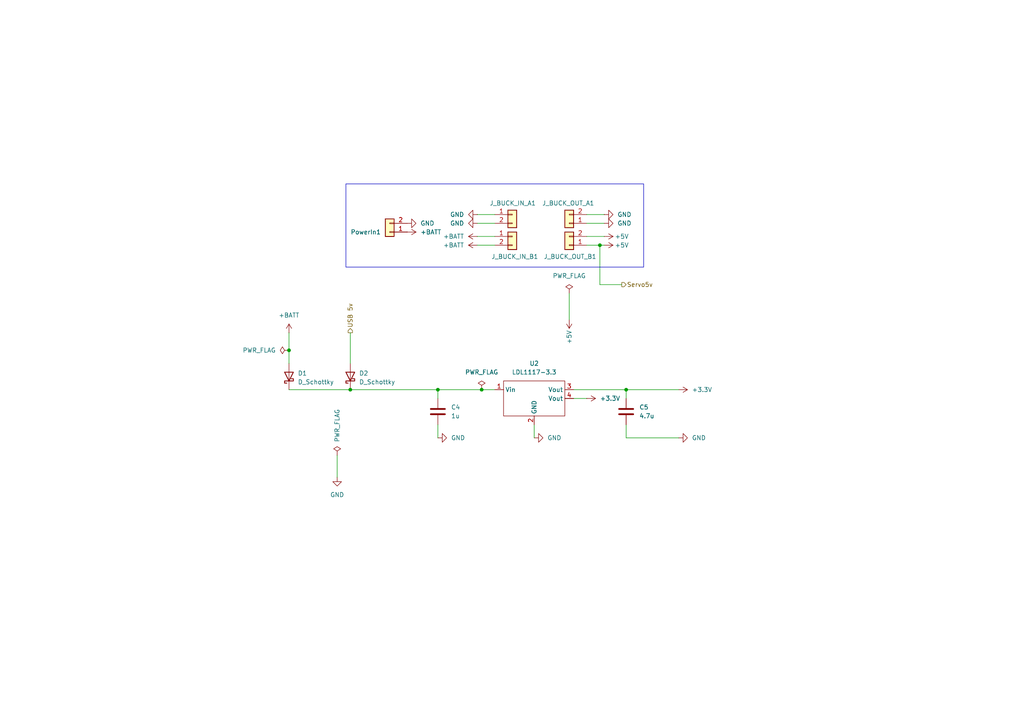
<source format=kicad_sch>
(kicad_sch (version 20250114) (generator "eeschema") (generator_version "9.0")
  (paper "A4")
  (lib_symbols
    (symbol "Connector_Generic:Conn_01x02" (pin_names (offset 1.016) (hide yes))
      (property "Reference" "J" (at 0 2.54 0))
      (property "Value" "Conn_01x02" (at 0 -5.08 0))
      (symbol "Conn_01x02_1_1"
        (rectangle (start -1.27 1.27) (end 1.27 -3.81) (stroke (width 0.254)) (fill (type background)))
        (rectangle (start -1.27 0.127) (end 0 -0.127) (stroke (width 0.1524)))
        (rectangle (start -1.27 -2.413) (end 0 -2.667) (stroke (width 0.1524)))
        (pin passive line (at -5.08 0 0) (length 3.81) (name "Pin_1") (number "1"))
        (pin passive line (at -5.08 -2.54 0) (length 3.81) (name "Pin_2") (number "2"))
      )
    )
    (symbol "Device:C" (pin_numbers (hide yes)) (pin_names (offset 0.254))
      (property "Reference" "C" (at 0.635 2.54 0))
      (property "Value" "C" (at 0.635 -2.54 0))
      (symbol "C_0_1"
        (polyline (pts (xy -2.032 0.762) (xy 2.032 0.762)) (stroke (width 0.508)))
        (polyline (pts (xy -2.032 -0.762) (xy 2.032 -0.762)) (stroke (width 0.508)))
      )
      (symbol "C_1_1"
        (pin passive line (at 0 3.81 270) (length 2.794) (name "~") (number "1"))
        (pin passive line (at 0 -3.81 90) (length 2.794) (name "~") (number "2"))
      )
    )
    (symbol "Device:D_Schottky" (pin_numbers (hide yes)) (pin_names (offset 1.016) (hide yes))
      (property "Reference" "D" (at 0 2.54 0))
      (property "Value" "D_Schottky" (at 0 -2.54 0))
      (symbol "D_Schottky_0_1"
        (polyline (pts (xy -1.905 0.635) (xy -1.905 1.27) (xy -1.27 1.27) (xy -1.27 -1.27) (xy -0.635 -1.27) (xy -0.635 -0.635)) (stroke (width 0.254)))
        (polyline (pts (xy 1.27 1.27) (xy 1.27 -1.27) (xy -1.27 0) (xy 1.27 1.27)) (stroke (width 0.254)))
        (polyline (pts (xy 1.27 0) (xy -1.27 0)))
      )
      (symbol "D_Schottky_1_1"
        (pin passive line (at -3.81 0 0) (length 2.54) (name "K") (number "1"))
        (pin passive line (at 3.81 0 180) (length 2.54) (name "A") (number "2"))
      )
    )
    (symbol "Footprints:LDL1117-3.3"
      (property "Reference" "U3" (at -1.27 27.94 0))
      (property "Value" "LDL1117-3.3" (at -1.27 25.4 0))
      (symbol "LDL1117-3.3_0_1"
        (rectangle (start -10.16 22.86) (end 7.62 12.7))
      )
      (symbol "LDL1117-3.3_1_1"
        (pin power_in line (at -12.7 20.32 0) (length 2.54) (name "Vin") (number "1"))
        (pin power_in line (at -1.27 10.16 90) (length 2.54) (name "GND") (number "2"))
        (pin power_out line (at 10.16 20.32 180) (length 2.54) (name "Vout") (number "3"))
        (pin passive line (at 10.16 17.78 180) (length 2.54) (name "Vout") (number "4"))
      )
    )
    (symbol "power:+3.3V" (power) (pin_numbers (hide yes)) (pin_names (offset 0) (hide yes))
      (property "Value" "+3.3V" (at 0 3.556 0))
      (symbol "+3.3V_0_1"
        (polyline (pts (xy -0.762 1.27) (xy 0 2.54)))
        (polyline (pts (xy 0 2.54) (xy 0.762 1.27)))
        (polyline (pts (xy 0 0) (xy 0 2.54)))
      )
      (symbol "+3.3V_1_1"
        (pin power_in line (at 0 0 90) (length 0) (name "~") (number "1"))
      )
    )
    (symbol "power:+5V" (power) (pin_numbers (hide yes)) (pin_names (offset 0) (hide yes))
      (property "Value" "+5V" (at 0 3.556 0))
      (symbol "+5V_0_1"
        (polyline (pts (xy -0.762 1.27) (xy 0 2.54)))
        (polyline (pts (xy 0 2.54) (xy 0.762 1.27)))
        (polyline (pts (xy 0 0) (xy 0 2.54)))
      )
      (symbol "+5V_1_1"
        (pin power_in line (at 0 0 90) (length 0) (name "~") (number "1"))
      )
    )
    (symbol "power:+BATT" (power) (pin_numbers (hide yes)) (pin_names (offset 0) (hide yes))
      (property "Value" "+BATT" (at 0 3.556 0))
      (symbol "+BATT_0_1"
        (polyline (pts (xy -0.762 1.27) (xy 0 2.54)))
        (polyline (pts (xy 0 2.54) (xy 0.762 1.27)))
        (polyline (pts (xy 0 0) (xy 0 2.54)))
      )
      (symbol "+BATT_1_1"
        (pin power_in line (at 0 0 90) (length 0) (name "~") (number "1"))
      )
    )
    (symbol "power:GND" (power) (pin_numbers (hide yes)) (pin_names (offset 0) (hide yes))
      (property "Value" "GND" (at 0 -3.81 0))
      (symbol "GND_0_1"
        (polyline (pts (xy 0 0) (xy 0 -1.27) (xy 1.27 -1.27) (xy 0 -2.54) (xy -1.27 -1.27) (xy 0 -1.27)))
      )
      (symbol "GND_1_1"
        (pin power_in line (at 0 0 270) (length 0) (name "~") (number "1"))
      )
    )
    (symbol "power:PWR_FLAG" (power) (pin_numbers (hide yes)) (pin_names (offset 0) (hide yes))
      (property "Value" "PWR_FLAG" (at 0 3.81 0))
      (symbol "PWR_FLAG_0_0"
        (pin power_out line (at 0 0 90) (length 0) (name "~") (number "1"))
      )
      (symbol "PWR_FLAG_0_1"
        (polyline (pts (xy 0 0) (xy 0 1.27) (xy -1.016 1.905) (xy 0 2.54) (xy 1.016 1.905) (xy 0 1.27)))
      )
    )
  )
  (rectangle (start 100.33 53.34) (end 186.69 77.47))
  (junction (at 181.61 113.03))
  (junction (at 173.99 71.12))
  (junction (at 101.6 113.03))
  (junction (at 139.7 113.03))
  (junction (at 83.82 101.6))
  (junction (at 127 113.03))
  (wire (pts (xy 138.43 62.23) (xy 143.51 62.23)))
  (wire (pts (xy 170.18 68.58) (xy 175.26 68.58)))
  (wire (pts (xy 127 115.57) (xy 127 113.03)))
  (wire (pts (xy 166.37 115.57) (xy 170.18 115.57)))
  (wire (pts (xy 181.61 113.03) (xy 181.61 115.57)))
  (wire (pts (xy 127 113.03) (xy 139.7 113.03)))
  (wire (pts (xy 97.79 138.43) (xy 97.79 132.08)))
  (wire (pts (xy 181.61 127) (xy 181.61 123.19)))
  (wire (pts (xy 139.7 113.03) (xy 143.51 113.03)))
  (wire (pts (xy 101.6 113.03) (xy 127 113.03)))
  (wire (pts (xy 154.94 123.19) (xy 154.94 127)))
  (wire (pts (xy 165.1 92.71) (xy 165.1 85.09)))
  (wire (pts (xy 101.6 96.52) (xy 101.6 105.41)))
  (wire (pts (xy 170.18 64.77) (xy 175.26 64.77)))
  (wire (pts (xy 83.82 101.6) (xy 83.82 105.41)))
  (wire (pts (xy 83.82 96.52) (xy 83.82 101.6)))
  (wire (pts (xy 173.99 71.12) (xy 175.26 71.12)))
  (wire (pts (xy 196.85 127) (xy 181.61 127)))
  (wire (pts (xy 170.18 62.23) (xy 175.26 62.23)))
  (wire (pts (xy 173.99 71.12) (xy 173.99 82.55)))
  (wire (pts (xy 138.43 68.58) (xy 143.51 68.58)))
  (wire (pts (xy 170.18 71.12) (xy 173.99 71.12)))
  (wire (pts (xy 138.43 64.77) (xy 143.51 64.77)))
  (wire (pts (xy 127 127) (xy 127 123.19)))
  (wire (pts (xy 138.43 71.12) (xy 143.51 71.12)))
  (wire (pts (xy 166.37 113.03) (xy 181.61 113.03)))
  (wire (pts (xy 173.99 82.55) (xy 180.34 82.55)))
  (wire (pts (xy 83.82 113.03) (xy 101.6 113.03)))
  (wire (pts (xy 196.85 113.03) (xy 181.61 113.03)))
  (hierarchical_label "USB 5v" (shape output) (at 101.6 96.52 90))
  (hierarchical_label "Servo5v" (shape output) (at 180.34 82.55 0))
  (symbol (lib_id "power:GND") (at 138.43 62.23 270) (unit 1)
    (property "Reference" "#PWR014" (effects (hide yes)))
    (property "Value" "GND" (at 134.62 62.2299 90) (effects (justify right)))
    (property "Description" "Power symbol creates a global label with name \"GND\" , ground" (effects (hide yes)))
  )
  (symbol (lib_id "power:GND") (at 138.43 64.77 270) (unit 1)
    (property "Reference" "#PWR015" (effects (hide yes)))
    (property "Value" "GND" (at 134.62 64.7699 90) (effects (justify right)))
    (property "Description" "Power symbol creates a global label with name \"GND\" , ground" (effects (hide yes)))
  )
  (symbol (lib_id "power:+5V") (at 165.1 92.71 180) (unit 1)
    (property "Reference" "#PWR086" (effects (hide yes)))
    (property "Value" "+5V" (at 165.1 97.79 90))
    (property "Description" "Power symbol creates a global label with name \"+5V\"" (effects (hide yes)))
  )
  (symbol (lib_id "power:+5V") (at 175.26 68.58 270) (unit 1)
    (property "Reference" "#PWR022" (effects (hide yes)))
    (property "Value" "+5V" (at 180.34 68.58 90))
    (property "Description" "Power symbol creates a global label with name \"+5V\"" (effects (hide yes)))
  )
  (symbol (lib_id "Connector_Generic:Conn_01x02") (at 165.1 71.12 180) (unit 1)
    (property "Reference" "J_BUCK_OUT_B1" (at 165.354 74.422 0))
    (property "Footprint" "Connector_PinSocket_2.54mm:PinSocket_1x02_P2.54mm_Horizontal" (effects (hide yes)))
    (property "Description" "Generic connector, single row, 01x02, script generated (kicad-library-utils/schlib/autogen/connector/)" (effects (hide yes)))
  )
  (symbol (lib_id "Footprints:LDL1117-3.3") (at 156.21 133.35 0) (unit 1)
    (property "Reference" "U2" (at 154.94 105.41 0))
    (property "Value" "LDL1117-3.3" (at 154.94 107.95 0))
    (property "Footprint" "myFootprints:SOT230P700X180-4N" (effects (hide yes)))
    (property "LCSC" "C435835" (effects (hide yes)))
    (property "LCSC Part" "C435835" (effects (hide yes)))
  )
  (symbol (lib_id "power:+5V") (at 175.26 71.12 270) (unit 1)
    (property "Reference" "#PWR023" (effects (hide yes)))
    (property "Value" "+5V" (at 180.34 71.12 90))
    (property "Description" "Power symbol creates a global label with name \"+5V\"" (effects (hide yes)))
  )
  (symbol (lib_id "Connector_Generic:Conn_01x02") (at 148.59 62.23 0) (unit 1)
    (property "Reference" "J_BUCK_IN_A1" (at 141.986 58.928 0) (effects (justify left)))
    (property "Footprint" "Connector_PinSocket_2.54mm:PinSocket_1x02_P2.54mm_Horizontal" (effects (hide yes)))
    (property "Description" "Generic connector, single row, 01x02, script generated (kicad-library-utils/schlib/autogen/connector/)" (effects (hide yes)))
  )
  (symbol (lib_id "power:+3.3V") (at 170.18 115.57 270) (unit 1)
    (property "Reference" "#PWR019" (effects (hide yes)))
    (property "Value" "+3.3V" (at 173.99 115.5699 90) (effects (justify left)))
    (property "Description" "Power symbol creates a global label with name \"+3.3V\"" (effects (hide yes)))
  )
  (symbol (lib_id "power:GND") (at 175.26 62.23 90) (unit 1)
    (property "Reference" "#PWR020" (effects (hide yes)))
    (property "Value" "GND" (at 179.07 62.2301 90) (effects (justify right)))
    (property "Description" "Power symbol creates a global label with name \"GND\" , ground" (effects (hide yes)))
  )
  (symbol (lib_id "Device:C") (at 127 119.38 0) (unit 1)
    (property "Reference" "C4" (at 130.81 118.1099 0) (effects (justify left)))
    (property "Value" "1u" (at 130.81 120.6499 0) (effects (justify left)))
    (property "Footprint" "Capacitor_SMD:C_0805_2012Metric_Pad1.18x1.45mm_HandSolder" (effects (hide yes)))
    (property "Description" "Unpolarized capacitor" (effects (hide yes)))
    (property "LCSC Part" "C28323" (effects (hide yes)))
    (property "LCSC" "C28323" (effects (hide yes)))
  )
  (symbol (lib_id "power:GND") (at 196.85 127 90) (unit 1)
    (property "Reference" "#PWR025" (effects (hide yes)))
    (property "Value" "GND" (at 200.66 126.9999 90) (effects (justify right)))
    (property "Description" "Power symbol creates a global label with name \"GND\" , ground" (effects (hide yes)))
  )
  (symbol (lib_id "power:+BATT") (at 138.43 71.12 90) (unit 1)
    (property "Reference" "#PWR017" (effects (hide yes)))
    (property "Value" "+BATT" (at 134.62 71.1199 90) (effects (justify left)))
    (property "Description" "Power symbol creates a global label with name \"+BATT\"" (effects (hide yes)))
  )
  (symbol (lib_id "power:GND") (at 154.94 127 90) (unit 1)
    (property "Reference" "#PWR018" (effects (hide yes)))
    (property "Value" "GND" (at 158.75 126.9999 90) (effects (justify right)))
    (property "Description" "Power symbol creates a global label with name \"GND\" , ground" (effects (hide yes)))
  )
  (symbol (lib_id "power:PWR_FLAG") (at 139.7 113.03 0) (unit 1)
    (property "Reference" "#FLG03" (effects (hide yes)))
    (property "Value" "PWR_FLAG" (at 139.7 107.95 0))
    (property "Description" "Special symbol for telling ERC where power comes from" (effects (hide yes)))
  )
  (symbol (lib_id "Device:C") (at 181.61 119.38 0) (unit 1)
    (property "Reference" "C5" (at 185.42 118.1099 0) (effects (justify left)))
    (property "Value" "4.7u" (at 185.42 120.6499 0) (effects (justify left)))
    (property "Footprint" "Capacitor_SMD:C_0805_2012Metric_Pad1.18x1.45mm_HandSolder" (effects (hide yes)))
    (property "Description" "Unpolarized capacitor" (effects (hide yes)))
    (property "LCSC Part" "C98192" (effects (hide yes)))
    (property "LCSC" "C98192" (effects (hide yes)))
  )
  (symbol (lib_id "power:GND") (at 118.11 64.77 90) (unit 1)
    (property "Reference" "#PWR011" (effects (hide yes)))
    (property "Value" "GND" (at 121.92 64.7701 90) (effects (justify right)))
    (property "Description" "Power symbol creates a global label with name \"GND\" , ground" (effects (hide yes)))
  )
  (symbol (lib_id "power:PWR_FLAG") (at 97.79 132.08 0) (unit 1)
    (property "Reference" "#FLG02" (effects (hide yes)))
    (property "Value" "PWR_FLAG" (at 97.7901 128.27 90) (effects (justify left)))
    (property "Description" "Special symbol for telling ERC where power comes from" (effects (hide yes)))
  )
  (symbol (lib_id "Device:D_Schottky") (at 83.82 109.22 90) (unit 1)
    (property "Reference" "D1" (at 86.36 108.2674 90) (effects (justify right)))
    (property "Value" "D_Schottky" (at 86.36 110.8074 90) (effects (justify right)))
    (property "Footprint" "Diode_SMD:D_2114_3652Metric" (effects (hide yes)))
    (property "Description" "Schottky diode" (effects (hide yes)))
    (property "LCSC" "C113936" (effects (hide yes)))
    (property "LCSC Part" "C113936" (effects (hide yes)))
  )
  (symbol (lib_id "power:PWR_FLAG") (at 83.82 101.6 90) (unit 1)
    (property "Reference" "#FLG01" (effects (hide yes)))
    (property "Value" "PWR_FLAG" (at 80.01 101.5999 90) (effects (justify left)))
    (property "Description" "Special symbol for telling ERC where power comes from" (effects (hide yes)))
  )
  (symbol (lib_id "Connector_Generic:Conn_01x02") (at 113.03 67.31 180) (unit 1)
    (property "Reference" "PowerIn1" (at 110.49 67.3101 0) (effects (justify left)))
    (property "Value" "2 pin Molex" (effects (hide yes)))
    (property "Footprint" "myFootprints:MOLEX_26013114" (effects (hide yes)))
    (property "Description" "Generic connector, single row, 01x02, script generated (kicad-library-utils/schlib/autogen/connector/)" (effects (hide yes)))
    (property "LCSC" "C17644051" (effects (hide yes)))
  )
  (symbol (lib_id "power:GND") (at 127 127 90) (unit 1)
    (property "Reference" "#PWR013" (effects (hide yes)))
    (property "Value" "GND" (at 130.81 126.9999 90) (effects (justify right)))
    (property "Description" "Power symbol creates a global label with name \"GND\" , ground" (effects (hide yes)))
  )
  (symbol (lib_id "power:PWR_FLAG") (at 165.1 85.09 0) (unit 1)
    (property "Reference" "#FLG04" (effects (hide yes)))
    (property "Value" "PWR_FLAG" (at 165.1 80.01 0))
    (property "Description" "Special symbol for telling ERC where power comes from" (effects (hide yes)))
  )
  (symbol (lib_id "Connector_Generic:Conn_01x02") (at 148.59 68.58 0) (unit 1)
    (property "Reference" "J_BUCK_IN_B1" (at 142.494 74.422 0) (effects (justify left)))
    (property "Footprint" "Connector_PinSocket_2.54mm:PinSocket_1x02_P2.54mm_Horizontal" (effects (hide yes)))
    (property "Description" "Generic connector, single row, 01x02, script generated (kicad-library-utils/schlib/autogen/connector/)" (effects (hide yes)))
  )
  (symbol (lib_id "power:+BATT") (at 138.43 68.58 90) (unit 1)
    (property "Reference" "#PWR016" (effects (hide yes)))
    (property "Value" "+BATT" (at 134.62 68.5799 90) (effects (justify left)))
    (property "Description" "Power symbol creates a global label with name \"+BATT\"" (effects (hide yes)))
  )
  (symbol (lib_id "power:GND") (at 175.26 64.77 90) (unit 1)
    (property "Reference" "#PWR021" (effects (hide yes)))
    (property "Value" "GND" (at 179.07 64.7701 90) (effects (justify right)))
    (property "Description" "Power symbol creates a global label with name \"GND\" , ground" (effects (hide yes)))
  )
  (symbol (lib_id "Device:D_Schottky") (at 101.6 109.22 90) (unit 1)
    (property "Reference" "D2" (at 104.14 108.2674 90) (effects (justify right)))
    (property "Value" "D_Schottky" (at 104.14 110.8074 90) (effects (justify right)))
    (property "Footprint" "Diode_SMD:D_2114_3652Metric" (effects (hide yes)))
    (property "Description" "Schottky diode" (effects (hide yes)))
    (property "LCSC" "C113936" (effects (hide yes)))
    (property "LCSC Part" "C113936" (effects (hide yes)))
  )
  (symbol (lib_id "power:+BATT") (at 118.11 67.31 270) (unit 1)
    (property "Reference" "#PWR012" (effects (hide yes)))
    (property "Value" "+BATT" (at 121.92 67.3099 90) (effects (justify left)))
    (property "Description" "Power symbol creates a global label with name \"+BATT\"" (effects (hide yes)))
  )
  (symbol (lib_id "Connector_Generic:Conn_01x02") (at 165.1 64.77 180) (unit 1)
    (property "Reference" "J_BUCK_OUT_A1" (at 157.226 58.928 0) (effects (justify right)))
    (property "Footprint" "Connector_PinSocket_2.54mm:PinSocket_1x02_P2.54mm_Horizontal" (effects (hide yes)))
    (property "Description" "Generic connector, single row, 01x02, script generated (kicad-library-utils/schlib/autogen/connector/)" (effects (hide yes)))
  )
  (symbol (lib_id "power:+BATT") (at 83.82 96.52 0) (unit 1)
    (property "Reference" "#PWR09" (effects (hide yes)))
    (property "Value" "+BATT" (at 83.82 91.44 0))
    (property "Description" "Power symbol creates a global label with name \"+BATT\"" (effects (hide yes)))
  )
  (symbol (lib_id "power:GND") (at 97.79 138.43 0) (unit 1)
    (property "Reference" "#PWR010" (effects (hide yes)))
    (property "Value" "GND" (at 97.79 143.51 0))
    (property "Description" "Power symbol creates a global label with name \"GND\" , ground" (effects (hide yes)))
  )
  (symbol (lib_id "power:+3.3V") (at 196.85 113.03 270) (unit 1)
    (property "Reference" "#PWR024" (effects (hide yes)))
    (property "Value" "+3.3V" (at 200.66 113.0299 90) (effects (justify left)))
    (property "Description" "Power symbol creates a global label with name \"+3.3V\"" (effects (hide yes)))
  )
)
</source>
